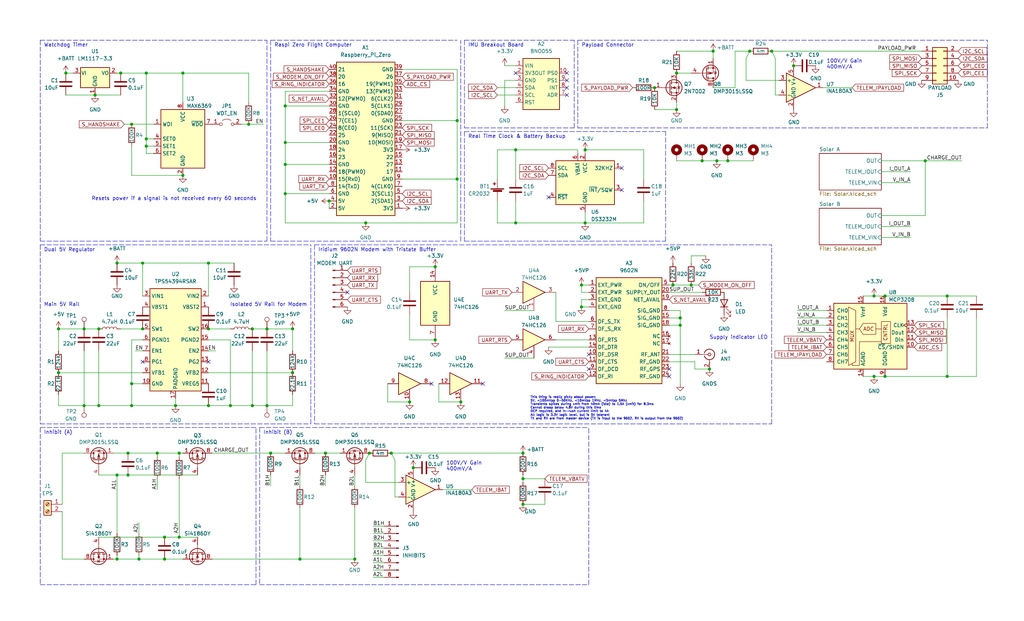
<source format=kicad_sch>
(kicad_sch (version 20211123) (generator eeschema)
  (paper "USLegal")
  (junction (at 267.97 17.78))
  (junction (at 72.39 140.97))
  (junction (at 233.68 99.06))
  (junction (at 49.53 114.3))
  (junction (at 104.14 194.31))
  (junction (at 99.06 49.53))
  (junction (at 22.86 25.4))
  (junction (at 87.63 140.97))
  (junction (at 57.15 186.69))
  (junction (at 87.63 114.3))
  (junction (at 34.29 114.3))
  (junction (at 201.93 106.68))
  (junction (at 50.8 48.26))
  (junction (at 248.92 55.88))
  (junction (at 20.32 114.3))
  (junction (at 92.71 114.3))
  (junction (at 142.24 139.7))
  (junction (at 158.75 41.91))
  (junction (at 307.34 102.87))
  (junction (at 60.96 140.97))
  (junction (at 48.26 194.31))
  (junction (at 44.45 165.1))
  (junction (at 29.21 140.97))
  (junction (at 34.29 140.97))
  (junction (at 50.8 50.8))
  (junction (at 275.59 22.86))
  (junction (at 179.07 77.47))
  (junction (at 93.98 157.48))
  (junction (at 151.13 92.71))
  (junction (at 41.91 25.4))
  (junction (at 252.73 55.88))
  (junction (at 227.33 30.48))
  (junction (at 62.23 186.69))
  (junction (at 127 77.47))
  (junction (at 160.02 139.7))
  (junction (at 63.5 60.96))
  (junction (at 246.38 128.27))
  (junction (at 321.31 55.88))
  (junction (at 135.89 157.48))
  (junction (at 33.02 33.02))
  (junction (at 50.8 25.4))
  (junction (at 72.39 114.3))
  (junction (at 328.93 102.87))
  (junction (at 203.2 52.07))
  (junction (at 114.3 69.85))
  (junction (at 158.75 62.23))
  (junction (at 236.22 110.49))
  (junction (at 307.34 130.81))
  (junction (at 45.72 140.97))
  (junction (at 260.35 17.78))
  (junction (at 181.61 166.37))
  (junction (at 303.53 130.81))
  (junction (at 20.32 129.54))
  (junction (at 240.03 99.06))
  (junction (at 99.06 57.15))
  (junction (at 201.93 99.06))
  (junction (at 99.06 67.31))
  (junction (at 40.64 165.1))
  (junction (at 54.61 157.48))
  (junction (at 181.61 157.48))
  (junction (at 62.23 157.48))
  (junction (at 128.27 157.48))
  (junction (at 63.5 25.4))
  (junction (at 123.19 194.31))
  (junction (at 45.72 133.35))
  (junction (at 151.13 118.11))
  (junction (at 92.71 140.97))
  (junction (at 247.65 17.78))
  (junction (at 86.36 43.18))
  (junction (at 243.84 55.88))
  (junction (at 57.15 194.31))
  (junction (at 72.39 91.44))
  (junction (at 99.06 36.83))
  (junction (at 236.22 113.03))
  (junction (at 45.72 43.18))
  (junction (at 101.6 129.54))
  (junction (at 143.51 162.56))
  (junction (at 113.03 157.48))
  (junction (at 179.07 52.07))
  (junction (at 328.93 130.81))
  (junction (at 203.2 77.47))
  (junction (at 234.95 25.4))
  (junction (at 29.21 114.3))
  (junction (at 181.61 175.26))
  (junction (at 49.53 91.44))
  (junction (at 234.95 38.1))
  (junction (at 40.64 91.44))
  (junction (at 80.01 140.97))
  (junction (at 303.53 102.87))
  (junction (at 40.64 194.31))
  (junction (at 44.45 157.48))
  (junction (at 101.6 114.3))
  (no_connect (at 232.41 130.81))
  (no_connect (at 232.41 128.27))
  (no_connect (at 196.85 25.4))
  (no_connect (at 167.64 133.35))
  (no_connect (at 149.86 133.35))
  (no_connect (at 179.07 25.4))
  (no_connect (at 196.85 30.48))
  (no_connect (at 196.85 33.02))
  (no_connect (at 196.85 27.94))
  (no_connect (at 215.9 58.42))
  (no_connect (at 215.9 66.04))
  (no_connect (at 120.65 101.6))
  (no_connect (at 204.47 128.27))
  (no_connect (at 204.47 123.19))
  (no_connect (at 49.53 125.73))
  (no_connect (at 72.39 125.73))
  (no_connect (at 190.5 68.58))
  (polyline (pts (xy 161.29 44.45) (xy 199.39 44.45)))
  (wire (pts (xy 99.06 36.83) (xy 99.06 49.53)))
  (wire (pts (xy 152.4 133.35) (xy 152.4 139.7)))
  (wire (pts (xy 236.22 110.49) (xy 236.22 107.95)))
  (wire (pts (xy 142.24 92.71) (xy 151.13 92.71)))
  (wire (pts (xy 172.72 77.47) (xy 179.07 77.47)))
  (wire (pts (xy 45.72 118.11) (xy 45.72 133.35)))
  (wire (pts (xy 62.23 186.69) (xy 68.58 186.69)))
  (wire (pts (xy 287.02 115.57) (xy 276.86 115.57)))
  (wire (pts (xy 267.97 17.78) (xy 320.04 17.78)))
  (wire (pts (xy 57.15 194.31) (xy 63.5 194.31)))
  (polyline (pts (xy 231.14 83.82) (xy 231.14 45.72)))
  (wire (pts (xy 21.59 157.48) (xy 21.59 175.26)))
  (wire (pts (xy 139.7 62.23) (xy 158.75 62.23)))
  (wire (pts (xy 45.72 60.96) (xy 63.5 60.96)))
  (polyline (pts (xy 160.02 83.82) (xy 160.02 13.97)))
  (wire (pts (xy 232.41 125.73) (xy 241.3 125.73)))
  (wire (pts (xy 45.72 133.35) (xy 49.53 133.35)))
  (wire (pts (xy 72.39 118.11) (xy 80.01 118.11)))
  (wire (pts (xy 181.61 165.1) (xy 181.61 166.37)))
  (wire (pts (xy 137.16 172.72) (xy 138.43 172.72)))
  (wire (pts (xy 137.16 160.02) (xy 137.16 172.72)))
  (wire (pts (xy 54.61 170.18) (xy 54.61 166.37)))
  (polyline (pts (xy 13.97 85.09) (xy 107.95 85.09)))
  (wire (pts (xy 193.04 111.76) (xy 204.47 111.76)))
  (wire (pts (xy 223.52 62.23) (xy 223.52 52.07)))
  (wire (pts (xy 39.37 157.48) (xy 44.45 157.48)))
  (polyline (pts (xy 267.97 147.32) (xy 267.97 85.09)))
  (polyline (pts (xy 161.29 13.97) (xy 161.29 44.45)))
  (wire (pts (xy 133.35 198.12) (xy 129.54 198.12)))
  (wire (pts (xy 201.93 106.68) (xy 204.47 106.68)))
  (wire (pts (xy 123.19 194.31) (xy 104.14 194.31)))
  (wire (pts (xy 72.39 102.87) (xy 72.39 91.44)))
  (polyline (pts (xy 92.71 83.82) (xy 92.71 13.97)))
  (wire (pts (xy 93.98 165.1) (xy 93.98 168.91)))
  (wire (pts (xy 41.91 25.4) (xy 50.8 25.4)))
  (wire (pts (xy 21.59 157.48) (xy 29.21 157.48)))
  (polyline (pts (xy 109.22 147.32) (xy 267.97 147.32)))
  (wire (pts (xy 104.14 168.91) (xy 104.14 165.1)))
  (wire (pts (xy 133.35 185.42) (xy 129.54 185.42)))
  (wire (pts (xy 33.02 33.02) (xy 41.91 33.02)))
  (wire (pts (xy 48.26 181.61) (xy 48.26 185.42)))
  (polyline (pts (xy 342.9 44.45) (xy 342.9 13.97)))
  (wire (pts (xy 133.35 190.5) (xy 129.54 190.5)))
  (wire (pts (xy 50.8 50.8) (xy 50.8 48.26)))
  (wire (pts (xy 99.06 67.31) (xy 114.3 67.31)))
  (wire (pts (xy 104.14 194.31) (xy 73.66 194.31)))
  (polyline (pts (xy 93.98 13.97) (xy 158.75 13.97)))
  (wire (pts (xy 303.53 102.87) (xy 307.34 102.87)))
  (polyline (pts (xy 199.39 44.45) (xy 199.39 13.97)))
  (polyline (pts (xy 90.17 148.59) (xy 204.47 148.59)))
  (wire (pts (xy 227.33 38.1) (xy 234.95 38.1)))
  (wire (pts (xy 133.35 187.96) (xy 129.54 187.96)))
  (wire (pts (xy 133.35 182.88) (xy 129.54 182.88)))
  (wire (pts (xy 86.36 43.18) (xy 91.44 43.18)))
  (wire (pts (xy 40.64 91.44) (xy 49.53 91.44)))
  (wire (pts (xy 190.5 120.65) (xy 204.47 120.65)))
  (wire (pts (xy 203.2 52.07) (xy 203.2 53.34)))
  (wire (pts (xy 321.31 55.88) (xy 321.31 74.93)))
  (wire (pts (xy 223.52 77.47) (xy 223.52 69.85)))
  (wire (pts (xy 20.32 137.16) (xy 20.32 140.97)))
  (wire (pts (xy 134.62 133.35) (xy 134.62 139.7)))
  (wire (pts (xy 233.68 99.06) (xy 240.03 99.06)))
  (wire (pts (xy 232.41 101.6) (xy 243.84 101.6)))
  (polyline (pts (xy 13.97 13.97) (xy 13.97 83.82)))
  (wire (pts (xy 172.72 30.48) (xy 179.07 30.48)))
  (polyline (pts (xy 200.66 13.97) (xy 200.66 44.45)))
  (wire (pts (xy 62.23 157.48) (xy 63.5 157.48)))
  (wire (pts (xy 127 167.64) (xy 138.43 167.64)))
  (wire (pts (xy 269.24 33.02) (xy 270.51 33.02)))
  (wire (pts (xy 321.31 55.88) (xy 334.01 55.88)))
  (wire (pts (xy 80.01 140.97) (xy 87.63 140.97)))
  (wire (pts (xy 328.93 130.81) (xy 307.34 130.81)))
  (wire (pts (xy 54.61 157.48) (xy 62.23 157.48)))
  (wire (pts (xy 223.52 52.07) (xy 203.2 52.07)))
  (wire (pts (xy 99.06 67.31) (xy 99.06 77.47)))
  (wire (pts (xy 20.32 114.3) (xy 29.21 114.3)))
  (wire (pts (xy 175.26 22.86) (xy 179.07 22.86)))
  (wire (pts (xy 193.04 101.6) (xy 193.04 111.76)))
  (polyline (pts (xy 13.97 83.82) (xy 92.71 83.82)))
  (wire (pts (xy 109.22 157.48) (xy 113.03 157.48)))
  (wire (pts (xy 45.72 133.35) (xy 45.72 140.97)))
  (wire (pts (xy 50.8 25.4) (xy 50.8 48.26)))
  (polyline (pts (xy 90.17 148.59) (xy 90.17 203.2)))
  (wire (pts (xy 175.26 27.94) (xy 179.07 27.94)))
  (polyline (pts (xy 161.29 83.82) (xy 231.14 83.82)))
  (wire (pts (xy 45.72 43.18) (xy 53.34 43.18)))
  (wire (pts (xy 99.06 49.53) (xy 114.3 49.53)))
  (wire (pts (xy 62.23 166.37) (xy 62.23 186.69)))
  (wire (pts (xy 203.2 77.47) (xy 223.52 77.47)))
  (wire (pts (xy 20.32 129.54) (xy 49.53 129.54)))
  (wire (pts (xy 101.6 114.3) (xy 92.71 114.3)))
  (wire (pts (xy 321.31 74.93) (xy 306.07 74.93)))
  (wire (pts (xy 40.64 194.31) (xy 48.26 194.31)))
  (wire (pts (xy 50.8 53.34) (xy 50.8 50.8)))
  (wire (pts (xy 232.41 99.06) (xy 233.68 99.06)))
  (wire (pts (xy 49.53 118.11) (xy 45.72 118.11)))
  (wire (pts (xy 72.39 129.54) (xy 101.6 129.54)))
  (polyline (pts (xy 200.66 13.97) (xy 342.9 13.97)))
  (wire (pts (xy 151.13 118.11) (xy 142.24 118.11)))
  (wire (pts (xy 21.59 194.31) (xy 29.21 194.31)))
  (wire (pts (xy 269.24 20.32) (xy 267.97 17.78)))
  (wire (pts (xy 307.34 102.87) (xy 328.93 102.87)))
  (wire (pts (xy 255.27 30.48) (xy 247.65 30.48)))
  (wire (pts (xy 80.01 140.97) (xy 72.39 140.97)))
  (wire (pts (xy 252.73 55.88) (xy 261.62 55.88)))
  (wire (pts (xy 99.06 49.53) (xy 99.06 57.15)))
  (wire (pts (xy 172.72 52.07) (xy 172.72 62.23)))
  (wire (pts (xy 46.99 121.92) (xy 49.53 121.92)))
  (wire (pts (xy 339.09 130.81) (xy 328.93 130.81)))
  (wire (pts (xy 172.72 69.85) (xy 172.72 77.47)))
  (wire (pts (xy 153.67 170.18) (xy 163.83 170.18)))
  (wire (pts (xy 240.03 88.9) (xy 245.11 88.9)))
  (wire (pts (xy 123.19 168.91) (xy 123.19 165.1)))
  (wire (pts (xy 328.93 102.87) (xy 339.09 102.87)))
  (wire (pts (xy 99.06 31.75) (xy 99.06 36.83)))
  (wire (pts (xy 34.29 121.92) (xy 34.29 140.97)))
  (wire (pts (xy 236.22 113.03) (xy 236.22 133.35)))
  (wire (pts (xy 158.75 24.13) (xy 139.7 24.13)))
  (wire (pts (xy 44.45 157.48) (xy 54.61 157.48)))
  (wire (pts (xy 247.65 17.78) (xy 247.65 20.32)))
  (wire (pts (xy 21.59 177.8) (xy 21.59 194.31)))
  (polyline (pts (xy 204.47 203.2) (xy 204.47 148.59)))
  (wire (pts (xy 201.93 99.06) (xy 204.47 99.06)))
  (wire (pts (xy 99.06 36.83) (xy 114.3 36.83)))
  (wire (pts (xy 259.08 20.32) (xy 259.08 27.94)))
  (wire (pts (xy 287.02 113.03) (xy 276.86 113.03)))
  (wire (pts (xy 158.75 62.23) (xy 158.75 41.91)))
  (wire (pts (xy 306.07 82.55) (xy 316.23 82.55)))
  (wire (pts (xy 101.6 121.92) (xy 101.6 114.3)))
  (wire (pts (xy 123.19 176.53) (xy 123.19 194.31)))
  (wire (pts (xy 127 160.02) (xy 127 167.64)))
  (wire (pts (xy 287.02 107.95) (xy 276.86 107.95)))
  (wire (pts (xy 236.22 113.03) (xy 236.22 110.49)))
  (wire (pts (xy 34.29 165.1) (xy 40.64 165.1)))
  (wire (pts (xy 45.72 140.97) (xy 60.96 140.97)))
  (wire (pts (xy 287.02 110.49) (xy 276.86 110.49)))
  (wire (pts (xy 134.62 139.7) (xy 142.24 139.7)))
  (wire (pts (xy 101.6 137.16) (xy 101.6 140.97)))
  (wire (pts (xy 41.91 25.4) (xy 40.64 25.4)))
  (wire (pts (xy 234.95 55.88) (xy 243.84 55.88)))
  (wire (pts (xy 255.27 17.78) (xy 255.27 30.48)))
  (wire (pts (xy 127 77.47) (xy 158.75 77.47)))
  (wire (pts (xy 34.29 186.69) (xy 57.15 186.69)))
  (wire (pts (xy 181.61 166.37) (xy 181.61 167.64)))
  (wire (pts (xy 133.35 200.66) (xy 129.54 200.66)))
  (wire (pts (xy 114.3 69.85) (xy 114.3 72.39)))
  (wire (pts (xy 40.64 165.1) (xy 40.64 185.42)))
  (wire (pts (xy 63.5 25.4) (xy 50.8 25.4)))
  (wire (pts (xy 72.39 114.3) (xy 80.01 114.3)))
  (wire (pts (xy 114.3 31.75) (xy 99.06 31.75)))
  (wire (pts (xy 181.61 175.26) (xy 189.23 175.26)))
  (wire (pts (xy 232.41 113.03) (xy 236.22 113.03)))
  (wire (pts (xy 137.16 160.02) (xy 135.89 157.48)))
  (wire (pts (xy 200.66 52.07) (xy 179.07 52.07)))
  (polyline (pts (xy 90.17 203.2) (xy 204.47 203.2)))
  (wire (pts (xy 201.93 104.14) (xy 204.47 104.14)))
  (wire (pts (xy 83.82 43.18) (xy 86.36 43.18)))
  (wire (pts (xy 40.64 165.1) (xy 44.45 165.1)))
  (wire (pts (xy 113.03 157.48) (xy 118.11 157.48)))
  (wire (pts (xy 45.72 50.8) (xy 45.72 60.96)))
  (wire (pts (xy 241.3 125.73) (xy 241.3 128.27)))
  (wire (pts (xy 240.03 99.06) (xy 242.57 99.06)))
  (wire (pts (xy 234.95 35.56) (xy 234.95 38.1)))
  (polyline (pts (xy 93.98 13.97) (xy 93.98 83.82)))
  (wire (pts (xy 142.24 101.6) (xy 142.24 92.71)))
  (wire (pts (xy 22.86 25.4) (xy 25.4 25.4)))
  (wire (pts (xy 181.61 166.37) (xy 189.23 166.37)))
  (wire (pts (xy 175.26 36.83) (xy 175.26 27.94)))
  (wire (pts (xy 201.93 106.68) (xy 201.93 104.14)))
  (wire (pts (xy 86.36 25.4) (xy 63.5 25.4)))
  (wire (pts (xy 306.07 59.69) (xy 316.23 59.69)))
  (wire (pts (xy 29.21 114.3) (xy 34.29 114.3)))
  (wire (pts (xy 40.64 194.31) (xy 40.64 193.04)))
  (wire (pts (xy 50.8 50.8) (xy 53.34 50.8)))
  (polyline (pts (xy 161.29 45.72) (xy 161.29 83.82)))
  (wire (pts (xy 152.4 139.7) (xy 160.02 139.7)))
  (wire (pts (xy 92.71 121.92) (xy 92.71 140.97)))
  (wire (pts (xy 172.72 33.02) (xy 179.07 33.02)))
  (polyline (pts (xy 13.97 148.59) (xy 13.97 203.2)))
  (wire (pts (xy 234.95 25.4) (xy 240.03 25.4)))
  (wire (pts (xy 101.6 140.97) (xy 92.71 140.97)))
  (polyline (pts (xy 13.97 203.2) (xy 88.9 203.2)))
  (wire (pts (xy 48.26 194.31) (xy 57.15 194.31)))
  (wire (pts (xy 72.39 140.97) (xy 60.96 140.97)))
  (polyline (pts (xy 200.66 44.45) (xy 342.9 44.45)))
  (wire (pts (xy 175.26 107.95) (xy 185.42 107.95)))
  (polyline (pts (xy 13.97 85.09) (xy 13.97 147.32)))
  (wire (pts (xy 260.35 17.78) (xy 255.27 17.78)))
  (wire (pts (xy 72.39 121.92) (xy 74.93 121.92)))
  (wire (pts (xy 99.06 57.15) (xy 99.06 67.31)))
  (wire (pts (xy 236.22 107.95) (xy 232.41 107.95)))
  (polyline (pts (xy 13.97 13.97) (xy 92.71 13.97)))
  (wire (pts (xy 86.36 25.4) (xy 86.36 35.56)))
  (wire (pts (xy 306.07 78.74) (xy 316.23 78.74)))
  (wire (pts (xy 80.01 118.11) (xy 80.01 140.97)))
  (wire (pts (xy 29.21 121.92) (xy 29.21 140.97)))
  (polyline (pts (xy 13.97 147.32) (xy 107.95 147.32)))
  (wire (pts (xy 73.66 157.48) (xy 93.98 157.48)))
  (wire (pts (xy 179.07 69.85) (xy 179.07 77.47)))
  (wire (pts (xy 232.41 123.19) (xy 241.3 123.19)))
  (wire (pts (xy 179.07 77.47) (xy 203.2 77.47)))
  (wire (pts (xy 328.93 110.49) (xy 328.93 130.81)))
  (polyline (pts (xy 88.9 148.59) (xy 13.97 148.59)))
  (wire (pts (xy 260.35 17.78) (xy 259.08 20.32)))
  (wire (pts (xy 72.39 91.44) (xy 81.28 91.44)))
  (wire (pts (xy 34.29 140.97) (xy 45.72 140.97)))
  (wire (pts (xy 200.66 53.34) (xy 200.66 52.07)))
  (wire (pts (xy 57.15 186.69) (xy 62.23 186.69)))
  (wire (pts (xy 179.07 52.07) (xy 172.72 52.07)))
  (wire (pts (xy 306.07 63.5) (xy 316.23 63.5)))
  (wire (pts (xy 63.5 35.56) (xy 63.5 25.4)))
  (wire (pts (xy 189.23 175.26) (xy 189.23 173.99)))
  (wire (pts (xy 62.23 158.75) (xy 62.23 157.48)))
  (wire (pts (xy 113.03 165.1) (xy 113.03 168.91)))
  (wire (pts (xy 175.26 124.46) (xy 185.42 124.46)))
  (wire (pts (xy 299.72 130.81) (xy 303.53 130.81)))
  (polyline (pts (xy 93.98 83.82) (xy 158.75 83.82)))
  (wire (pts (xy 87.63 121.92) (xy 87.63 140.97)))
  (wire (pts (xy 29.21 140.97) (xy 34.29 140.97)))
  (wire (pts (xy 259.08 27.94) (xy 270.51 27.94)))
  (polyline (pts (xy 109.22 85.09) (xy 267.97 85.09)))
  (wire (pts (xy 142.24 109.22) (xy 142.24 118.11)))
  (wire (pts (xy 234.95 17.78) (xy 247.65 17.78)))
  (wire (pts (xy 179.07 52.07) (xy 179.07 62.23)))
  (wire (pts (xy 87.63 114.3) (xy 92.71 114.3)))
  (wire (pts (xy 240.03 91.44) (xy 240.03 88.9)))
  (wire (pts (xy 99.06 57.15) (xy 114.3 57.15)))
  (wire (pts (xy 306.07 55.88) (xy 321.31 55.88)))
  (wire (pts (xy 241.3 128.27) (xy 246.38 128.27)))
  (wire (pts (xy 20.32 140.97) (xy 29.21 140.97)))
  (wire (pts (xy 54.61 158.75) (xy 54.61 157.48)))
  (wire (pts (xy 39.37 194.31) (xy 40.64 194.31)))
  (polyline (pts (xy 161.29 45.72) (xy 231.14 45.72)))
  (wire (pts (xy 72.39 91.44) (xy 49.53 91.44)))
  (wire (pts (xy 43.18 43.18) (xy 45.72 43.18)))
  (wire (pts (xy 60.96 140.97) (xy 60.96 138.43)))
  (polyline (pts (xy 88.9 203.2) (xy 88.9 148.59)))
  (wire (pts (xy 93.98 157.48) (xy 99.06 157.48)))
  (polyline (pts (xy 161.29 13.97) (xy 199.39 13.97)))
  (wire (pts (xy 22.86 33.02) (xy 33.02 33.02)))
  (wire (pts (xy 44.45 165.1) (xy 68.58 165.1)))
  (wire (pts (xy 248.92 55.88) (xy 252.73 55.88)))
  (wire (pts (xy 339.09 110.49) (xy 339.09 130.81)))
  (wire (pts (xy 128.27 157.48) (xy 127 160.02)))
  (wire (pts (xy 87.63 140.97) (xy 92.71 140.97)))
  (wire (pts (xy 99.06 77.47) (xy 127 77.47)))
  (wire (pts (xy 193.04 118.11) (xy 204.47 118.11)))
  (wire (pts (xy 133.35 193.04) (xy 129.54 193.04)))
  (wire (pts (xy 41.91 114.3) (xy 49.53 114.3)))
  (wire (pts (xy 135.89 157.48) (xy 181.61 157.48)))
  (wire (pts (xy 285.75 30.48) (xy 295.91 30.48)))
  (wire (pts (xy 232.41 110.49) (xy 236.22 110.49)))
  (wire (pts (xy 104.14 176.53) (xy 104.14 194.31)))
  (wire (pts (xy 299.72 102.87) (xy 303.53 102.87)))
  (wire (pts (xy 158.75 77.47) (xy 158.75 62.23)))
  (wire (pts (xy 20.32 121.92) (xy 20.32 114.3)))
  (polyline (pts (xy 109.22 85.09) (xy 109.22 147.32)))
  (wire (pts (xy 50.8 48.26) (xy 53.34 48.26)))
  (wire (pts (xy 48.26 193.04) (xy 48.26 194.31)))
  (wire (pts (xy 53.34 53.34) (xy 50.8 53.34)))
  (wire (pts (xy 269.24 20.32) (xy 269.24 33.02)))
  (polyline (pts (xy 107.95 147.32) (xy 107.95 85.09)))
  (wire (pts (xy 158.75 41.91) (xy 158.75 24.13)))
  (wire (pts (xy 303.53 130.81) (xy 307.34 130.81)))
  (wire (pts (xy 243.84 55.88) (xy 248.92 55.88)))
  (wire (pts (xy 49.53 91.44) (xy 49.53 102.87)))
  (wire (pts (xy 133.35 195.58) (xy 129.54 195.58)))
  (wire (pts (xy 203.2 73.66) (xy 203.2 77.47)))
  (wire (pts (xy 139.7 41.91) (xy 158.75 41.91)))
  (wire (pts (xy 201.93 99.06) (xy 201.93 101.6)))
  (wire (pts (xy 201.93 101.6) (xy 204.47 101.6)))
  (text "Real Time Clock & Battery Backup" (at 162.56 48.26 0) (effects (font (size 1.27 1.27)) (justify left bottom)))
  (text "100V/V Gain\n400mV/A" (at 154.94 163.83 0) (effects (font (size 1.27 1.27)) (justify left bottom)))
  (text "IMU Breakout Board" (at 162.56 16.51 0) (effects (font (size 1.27 1.27)) (justify left bottom)))
  (text "This thing is really picky about power:\n5V, <100mVpp 0-50KHz, <10mVpp 1MHz, <5mVpp 5Mhz\nTransients spikes during xmit from 40mA (idle) to 1.5A (xmit) for 8.3ms\nCannot droop below 4.8V during this time\nOCP required, and in-rush current limit to 4A" (at 184.15 143.51 0) (effects (font (size 0.762 0.762)) (justify left bottom)))
  (text "Inhibit (A)" (at 15.24 151.13 0) (effects (font (size 1.27 1.27)) (justify left bottom)))
  (text "Raspi Zero Flight Computer" (at 95.25 16.51 0) (effects (font (size 1.27 1.27)) (justify left bottom)))
  (text "Iridium 9602N Modem with Tristate Buffer" (at 110.49 87.63 0) (effects (font (size 1.27 1.27)) (justify left bottom)))
  (text "Payload Connector" (at 201.93 16.51 0) (effects (font (size 1.27 1.27)) (justify left bottom)))
  (text "Watchdog Timer" (at 15.24 16.51 0) (effects (font (size 1.27 1.27)) (justify left bottom)))
  (text "Dual 5V Regulator" (at 15.24 87.63 0) (effects (font (size 1.27 1.27)) (justify left bottom)))
  (text "Resets power if a signal is not received every 60 seconds" (at 31.75 69.85 0) (effects (font (size 1.27 1.27)) (justify left bottom)))
  (text "Inhibit (B)" (at 91.44 151.13 0) (effects (font (size 1.27 1.27)) (justify left bottom)))
  (text "100V/V Gain\n400mV/A" (at 287.02 24.13 0) (effects (font (size 1.27 1.27)) (justify left bottom)))
  (text "Supply indicator LED" (at 246.38 118.11 0) (effects (font (size 1.27 1.27)) (justify left bottom)))
  (text "Main 5V Rail" (at 15.24 106.68 0) (effects (font (size 1.27 1.27)) (justify left bottom)))
  (text "All logic is 3.3V logic level, but is 5V tolerant\nTX and RX are from master device (TX is input to the 9602, RX is output from the 9602)" (at 184.15 146.05 0) (effects (font (size 0.762 0.762)) (justify left bottom)))
  (text "Isolated 5V Rail for Modem" (at 106.68 106.68 180) (effects (font (size 1.27 1.27)) (justify right bottom)))
  (label "B2L" (at 123.19 168.91 90))
  (label "A1L" (at 129.54 195.58 0))
  (label "EN" (at 74.93 121.92 180))
  (label "A2L" (at 48.26 181.61 270))
  (label "V_IN_A" (at 276.86 110.49 0))
  (label "I_OUT_A" (at 316.23 59.69 180))
  (label "A1L" (at 40.64 170.18 90))
  (label "SUP_OUT" (at 175.26 107.95 0))
  (label "I_OUT_A" (at 276.86 107.95 0))
  (label "B2L" (at 129.54 190.5 0))
  (label "A2H" (at 129.54 198.12 0))
  (label "A2H" (at 62.23 181.61 270))
  (label "SUP_OUT" (at 175.26 124.46 0))
  (label "B1H" (at 93.98 168.91 90))
  (label "EN" (at 46.99 121.92 0))
  (label "PAYLOAD_PWR" (at 304.8 17.78 0))
  (label "A1H" (at 129.54 193.04 0))
  (label "I_OUT_B" (at 276.86 113.03 0))
  (label "V_IN_B" (at 316.23 82.55 180))
  (label "SUP_OUT" (at 232.41 101.6 0))
  (label "B1L" (at 104.14 168.91 90))
  (label "CHARGE_OUT" (at 86.36 157.48 180))
  (label "B1L" (at 129.54 185.42 0))
  (label "EN" (at 91.44 43.18 180))
  (label "B2H" (at 129.54 187.96 0))
  (label "B2H" (at 113.03 168.91 90))
  (label "B1H" (at 129.54 182.88 0))
  (label "I_OUT_B" (at 316.23 78.74 180))
  (label "V_IN_B" (at 276.86 115.57 0))
  (label "A2L" (at 129.54 200.66 0))
  (label "V_IN_A" (at 316.23 63.5 180))
  (label "CHARGE_OUT" (at 334.01 55.88 180))
  (label "A1H" (at 54.61 170.18 90))
  (global_label "UART_TX" (shape input) (at 114.3 64.77 180) (property "Intersheet References" "${INTERSHEET_REFS}" (effects hide)))
  (global_label "SPI_CE0" (shape input) (at 114.3 44.45 180) (property "Intersheet References" "${INTERSHEET_REFS}" (effects hide)))
  (global_label "S_PAYLOAD_PWR" (shape input) (at 219.71 30.48 180) (property "Intersheet References" "${INTERSHEET_REFS}" (effects hide)))
  (global_label "S_MODEM_ON_OFF" (shape input) (at 242.57 99.06 0) (property "Intersheet References" "${INTERSHEET_REFS}" (effects hide)))
  (global_label "S_HANDSHAKE" (shape input) (at 114.3 24.13 180) (property "Intersheet References" "${INTERSHEET_REFS}" (effects hide)))
  (global_label "I2C_SCL" (shape input) (at 190.5 58.42 180) (property "Intersheet References" "${INTERSHEET_REFS}" (effects hide)))
  (global_label "TELEM_IBAT" (shape input) (at 287.02 120.65 180) (property "Intersheet References" "${INTERSHEET_REFS}" (effects hide)))
  (global_label "S_NET_AVAIL" (shape input) (at 232.41 104.14 0) (property "Intersheet References" "${INTERSHEET_REFS}" (effects hide)))
  (global_label "S_NET_AVAIL" (shape input) (at 114.3 34.29 180) (property "Intersheet References" "${INTERSHEET_REFS}" (effects hide)))
  (global_label "SPI_CE1" (shape input) (at 114.3 41.91 180) (property "Intersheet References" "${INTERSHEET_REFS}" (effects hide)))
  (global_label "UART_TX" (shape input) (at 120.65 99.06 0) (property "Intersheet References" "${INTERSHEET_REFS}" (effects hide)))
  (global_label "I2C_SCL" (shape input) (at 332.74 17.78 0) (property "Intersheet References" "${INTERSHEET_REFS}" (effects hide)))
  (global_label "I2C_SDA" (shape input) (at 139.7 69.85 0) (property "Intersheet References" "${INTERSHEET_REFS}" (effects hide)))
  (global_label "I2C_SDA" (shape input) (at 190.5 60.96 180) (property "Intersheet References" "${INTERSHEET_REFS}" (effects hide)))
  (global_label "S_RING_INDICATOR" (shape input) (at 114.3 29.21 180) (property "Intersheet References" "${INTERSHEET_REFS}" (effects hide)))
  (global_label "SPI_MISO" (shape input) (at 317.5 115.57 0) (property "Intersheet References" "${INTERSHEET_REFS}" (effects hide)))
  (global_label "SPI_SCK" (shape input) (at 139.7 44.45 0) (property "Intersheet References" "${INTERSHEET_REFS}" (effects hide)))
  (global_label "SPI_SCK" (shape input) (at 317.5 113.03 0) (property "Intersheet References" "${INTERSHEET_REFS}" (effects hide)))
  (global_label "UART_RX" (shape input) (at 120.65 96.52 0) (property "Intersheet References" "${INTERSHEET_REFS}" (effects hide)))
  (global_label "TELEM_VBATV" (shape input) (at 287.02 118.11 180) (property "Intersheet References" "${INTERSHEET_REFS}" (effects hide)))
  (global_label "TELEM_IPAYLOAD" (shape input) (at 295.91 30.48 0) (property "Intersheet References" "${INTERSHEET_REFS}" (effects hide)))
  (global_label "SPI_CE1" (shape input) (at 332.74 25.4 0) (property "Intersheet References" "${INTERSHEET_REFS}" (effects hide)))
  (global_label "TELEM_IBAT" (shape input) (at 163.83 170.18 0) (property "Intersheet References" "${INTERSHEET_REFS}" (effects hide)))
  (global_label "UART_CTS" (shape input) (at 204.47 125.73 180) (property "Intersheet References" "${INTERSHEET_REFS}" (effects hide)))
  (global_label "UART_RTS" (shape input) (at 120.65 93.98 0) (property "Intersheet References" "${INTERSHEET_REFS}" (effects hide)))
  (global_label "I2C_SCL" (shape input) (at 139.7 67.31 0) (property "Intersheet References" "${INTERSHEET_REFS}" (effects hide)))
  (global_label "S_HANDSHAKE" (shape input) (at 43.18 43.18 180) (property "Intersheet References" "${INTERSHEET_REFS}" (effects hide)))
  (global_label "I2C_SDA" (shape input) (at 172.72 30.48 180) (property "Intersheet References" "${INTERSHEET_REFS}" (effects hide)))
  (global_label "ADC_CS" (shape input) (at 139.7 29.21 0) (property "Intersheet References" "${INTERSHEET_REFS}" (effects hide)))
  (global_label "ADC_CS" (shape input) (at 317.5 120.65 0) (property "Intersheet References" "${INTERSHEET_REFS}" (effects hide)))
  (global_label "TELEM_VBATV" (shape input) (at 189.23 166.37 0) (property "Intersheet References" "${INTERSHEET_REFS}" (effects hide)))
  (global_label "SPI_MISO" (shape input) (at 320.04 22.86 180) (property "Intersheet References" "${INTERSHEET_REFS}" (effects hide)))
  (global_label "SPI_MOSI" (shape input) (at 317.5 118.11 0) (property "Intersheet References" "${INTERSHEET_REFS}" (effects hide)))
  (global_label "UART_CTS" (shape input) (at 120.65 104.14 0) (property "Intersheet References" "${INTERSHEET_REFS}" (effects hide)))
  (global_label "SPI_MISO" (shape input) (at 139.7 46.99 0) (property "Intersheet References" "${INTERSHEET_REFS}" (effects hide)))
  (global_label "SPI_MOSI" (shape input) (at 320.04 20.32 180) (property "Intersheet References" "${INTERSHEET_REFS}" (effects hide)))
  (global_label "S_MODEM_ON_OFF" (shape input) (at 114.3 26.67 180) (property "Intersheet References" "${INTERSHEET_REFS}" (effects hide)))
  (global_label "UART_TX" (shape input) (at 177.8 101.6 180) (property "Intersheet References" "${INTERSHEET_REFS}" (effects hide)))
  (global_label "SPI_CE0" (shape input) (at 332.74 22.86 0) (property "Intersheet References" "${INTERSHEET_REFS}" (effects hide)))
  (global_label "TELEM_IPAYLOAD" (shape input) (at 287.02 123.19 180) (property "Intersheet References" "${INTERSHEET_REFS}" (effects hide)))
  (global_label "I2C_SCL" (shape input) (at 172.72 33.02 180) (property "Intersheet References" "${INTERSHEET_REFS}" (effects hide)))
  (global_label "UART_RTS" (shape input) (at 177.8 118.11 180) (property "Intersheet References" "${INTERSHEET_REFS}" (effects hide)))
  (global_label "SPI_MOSI" (shape input) (at 139.7 49.53 0) (property "Intersheet References" "${INTERSHEET_REFS}" (effects hide)))
  (global_label "S_PAYLOAD_PWR" (shape input) (at 139.7 26.67 0) (property "Intersheet References" "${INTERSHEET_REFS}" (effects hide)))
  (global_label "UART_RX" (shape input) (at 204.47 114.3 180) (property "Intersheet References" "${INTERSHEET_REFS}" (effects hide)))
  (global_label "SPI_SCK" (shape input) (at 320.04 25.4 180) (property "Intersheet References" "${INTERSHEET_REFS}" (effects hide)))
  (global_label "UART_RX" (shape input) (at 114.3 62.23 180) (property "Intersheet References" "${INTERSHEET_REFS}" (effects hide)))
  (global_label "S_RING_INDICATOR" (shape input) (at 204.47 130.81 180) (property "Intersheet References" "${INTERSHEET_REFS}" (effects hide)))
  (global_label "I2C_SDA" (shape input) (at 332.74 20.32 0) (property "Intersheet References" "${INTERSHEET_REFS}" (effects hide)))
  (symbol (lib_id "power:GND") (at 175.26 36.83 0) (unit 1)
    (property "Reference" "#PWR024" (effects hide))
    (property "Value" "GND" (at 175.26 41.91 0))
  )
  (symbol (lib_id "power:+3.3V") (at 175.26 22.86 0) (unit 1)
    (property "Reference" "#PWR023" (effects hide))
    (property "Value" "+3.3V" (at 175.26 17.78 0))
  )
  (symbol (lib_id "power:GND") (at 60.96 140.97 0) (unit 1)
    (property "Reference" "#PWR06" (effects hide))
    (property "Value" "GND" (at 60.96 146.05 0))
  )
  (symbol (lib_id "Device:C") (at 49.53 110.49 0) (mirror y) (unit 1)
    (property "Reference" "C7" (at 46.99 109.22 0) (effects (justify left)))
    (property "Value" "0.1uF" (at 46.99 111.76 0) (effects (justify left)))
    (property "Footprint" "Capacitor_SMD:C_0603_1608Metric" (effects hide))
  )
  (symbol (lib_id "Device:C") (at 92.71 118.11 0) (unit 1)
    (property "Reference" "C13" (at 95.25 116.84 0) (effects (justify left)))
    (property "Value" "22uF" (at 95.25 119.38 0) (effects (justify left)))
    (property "Footprint" "Capacitor_SMD:C_1210_3225Metric" (effects hide))
  )
  (symbol (lib_id "Device:R") (at 101.6 133.35 0) (unit 1)
    (property "Reference" "R11" (at 102.87 133.35 0) (effects (justify left)))
    (property "Value" "22.1K" (at 101.6 133.35 90))
    (property "Footprint" "Resistor_SMD:R_0805_2012Metric" (effects hide))
  )
  (symbol (lib_id "piridium-bus:BNO055") (at 187.96 20.32 0) (unit 1)
    (property "Reference" "A2" (at 187.96 15.24 0))
    (property "Value" "BNO055" (at 187.96 17.78 0))
    (property "Footprint" "piridium-bus:BNO055" (effects hide))
  )
  (symbol (lib_id "power:+3.3V") (at 139.7 72.39 270) (unit 1)
    (property "Reference" "#PWR015" (effects hide))
    (property "Value" "+3.3V" (at 143.51 72.3899 90) (effects (justify left)))
  )
  (symbol (lib_id "power:GND") (at 151.13 162.56 0) (unit 1)
    (property "Reference" "#PWR021" (effects hide))
    (property "Value" "GND" (at 151.257 166.9542 0))
  )
  (symbol (lib_id "power:GND") (at 142.24 139.7 0) (unit 1)
    (property "Reference" "#PWR016" (effects hide))
    (property "Value" "GND" (at 142.24 144.78 0))
  )
  (symbol (lib_id "Device:R") (at 45.72 46.99 0) (unit 1)
    (property "Reference" "R4" (at 46.99 46.99 0) (effects (justify left)))
    (property "Value" "100K" (at 45.72 46.99 90))
    (property "Footprint" "Resistor_SMD:R_0805_2012Metric" (effects hide))
  )
  (symbol (lib_id "74xx:74LS126") (at 151.13 105.41 0) (unit 5)
    (property "Reference" "U4" (at 157.48 104.1399 0) (effects (justify left)))
    (property "Value" "74HC126" (at 157.48 106.6799 0) (effects (justify left)))
    (property "Footprint" "Package_SO:SOIC-14_3.9x8.7mm_P1.27mm" (effects hide))
    (property "Datasheet" "http://www.ti.com/lit/gpn/sn74LS126" (effects hide))
  )
  (symbol (lib_id "power:GND") (at 33.02 33.02 0) (unit 1)
    (property "Reference" "#PWR03" (effects hide))
    (property "Value" "GND" (at 33.02 38.1 0))
  )
  (symbol (lib_id "power:GND") (at 201.93 106.68 0) (unit 1)
    (property "Reference" "#PWR029" (effects hide))
    (property "Value" "GND" (at 198.12 109.22 0))
  )
  (symbol (lib_id "Device:R") (at 181.61 161.29 0) (unit 1)
    (property "Reference" "R16" (at 182.88 161.29 0) (effects (justify left)))
    (property "Value" "200K" (at 181.61 161.29 90))
    (property "Footprint" "Resistor_SMD:R_0805_2012Metric" (effects hide))
  )
  (symbol (lib_id "Mechanical:MountingHole_Pad") (at 261.62 53.34 0) (unit 1)
    (property "Reference" "MH4" (at 264.16 50.7999 0) (effects (justify left)))
    (property "Value" "M3" (at 264.16 53.3399 0) (effects (justify left)))
    (property "Footprint" "MountingHole:MountingHole_3.2mm_M3_DIN965_Pad" (effects hide))
  )
  (symbol (lib_id "power:GND") (at 245.11 88.9 0) (unit 1)
    (property "Reference" "#PWR035" (effects hide))
    (property "Value" "GND" (at 245.11 92.71 0))
  )
  (symbol (lib_id "power:GNDS") (at 246.38 128.27 0) (unit 1)
    (property "Reference" "#PWR036" (effects hide))
    (property "Value" "GNDS" (at 246.38 133.35 0))
  )
  (symbol (lib_id "power:GND") (at 123.19 194.31 0) (unit 1)
    (property "Reference" "#PWR012" (effects hide))
    (property "Value" "GND" (at 123.19 198.12 0))
  )
  (symbol (lib_id "Device:L") (at 38.1 114.3 90) (unit 1)
    (property "Reference" "L1" (at 38.1 109.22 90))
    (property "Value" "4.7uH" (at 38.1 111.76 90))
    (property "Footprint" "Inductor_SMD:L_Abracon_ASPI-0630LR" (effects hide))
  )
  (symbol (lib_id "piridium-bus:TPS54394RSAR") (at 60.96 100.33 0) (unit 1)
    (property "Reference" "U2" (at 60.96 95.25 0))
    (property "Value" "TPS54394RSAR" (at 60.96 97.79 0))
    (property "Footprint" "Package_DFN_QFN:Texas_S-PVQFN-N16_EP2.7x2.7mm_ThermalVias" (effects hide))
  )
  (symbol (lib_id "Connector:Conn_01x08_Male") (at 138.43 190.5 0) (mirror y) (unit 1)
    (property "Reference" "J3" (at 139.7 190.4999 0) (effects (justify right)))
    (property "Value" "INHIBITS" (at 139.7 193.0399 0) (effects (justify right)))
    (property "Footprint" "Connector_PinHeader_2.54mm:PinHeader_1x08_P2.54mm_Horizontal" (effects hide))
  )
  (symbol (lib_id "Device:C") (at 22.86 29.21 0) (mirror y) (unit 1)
    (property "Reference" "C1" (at 20.32 27.94 0) (effects (justify left)))
    (property "Value" "10uF" (at 20.32 30.48 0) (effects (justify left)))
    (property "Footprint" "Capacitor_SMD:C_0805_2012Metric" (effects hide))
  )
  (symbol (lib_id "power:+3.3V") (at 303.53 102.87 0) (unit 1)
    (property "Reference" "#PWR043" (effects hide))
    (property "Value" "+3.3V" (at 303.53 97.79 0))
  )
  (symbol (lib_id "power:GND") (at 234.95 38.1 0) (unit 1)
    (property "Reference" "#PWR033" (effects hide))
    (property "Value" "GND" (at 234.95 41.91 0))
  )
  (symbol (lib_id "Device:C") (at 279.4 22.86 90) (unit 1)
    (property "Reference" "C19" (at 280.67 19.05 90) (effects (justify right)))
    (property "Value" "0.1uF" (at 280.67 21.59 90) (effects (justify right)))
    (property "Footprint" "Capacitor_SMD:C_0805_2012Metric" (effects hide))
  )
  (symbol (lib_id "Connector:TestPoint") (at 92.71 140.97 180) (unit 1)
    (property "Reference" "TP4" (at 95.25 143.0019 0) (effects (justify right)))
    (property "Value" "GND" (at 95.25 145.5419 0) (effects (justify right)))
    (property "Footprint" "TestPoint:TestPoint_Loop_D2.50mm_Drill1.0mm" (effects hide))
  )
  (symbol (lib_id "Transistor_FET:2N7002") (at 232.41 30.48 0) (unit 1)
    (property "Reference" "Q7" (at 237.49 29.21 0) (effects (justify left)))
    (property "Value" "2N7002" (at 237.49 31.75 0) (effects (justify left)))
    (property "Footprint" "Package_TO_SOT_SMD:SOT-23" (effects hide))
    (property "Datasheet" "https://www.onsemi.com/pub/Collateral/NDS7002A-D.PDF" (effects hide))
  )
  (symbol (lib_id "power:+3.3V") (at 275.59 22.86 0) (unit 1)
    (property "Reference" "#PWR040" (effects hide))
    (property "Value" "+3.3V" (at 275.59 19.05 0))
  )
  (symbol (lib_id "Power_Supervisor:MAX6369") (at 63.5 48.26 0) (unit 1)
    (property "Reference" "U3" (at 64.77 34.29 0) (effects (justify left)))
    (property "Value" "MAX6369" (at 64.77 36.83 0) (effects (justify left)))
    (property "Footprint" "Package_TO_SOT_SMD:SOT-23-8" (effects hide))
    (property "Datasheet" "https://datasheets.maximintegrated.com/en/ds/MAX6369-MAX6374.pdf" (effects hide))
  )
  (symbol (lib_id "Transistor_FET:Si4162DY") (at 34.29 191.77 90) (mirror x) (unit 1)
    (property "Reference" "Q2" (at 34.29 182.88 90))
    (property "Value" "Si4186DY" (at 34.29 185.42 90))
    (property "Footprint" "Package_SO:SOIC-8_3.9x4.9mm_P1.27mm" (effects hide))
    (property "Datasheet" "http://www.vishay.com/docs/68967/si4162dy.pdf" (effects hide))
  )
  (symbol (lib_id "power:GND") (at 303.53 130.81 0) (unit 1)
    (property "Reference" "#PWR044" (effects hide))
    (property "Value" "GND" (at 303.53 135.89 0))
  )
  (symbol (lib_id "Mechanical:MountingHole_Pad") (at 234.95 53.34 0) (unit 1)
    (property "Reference" "MH1" (at 237.49 50.7999 0) (effects (justify left)))
    (property "Value" "M3" (at 237.49 53.3399 0) (effects (justify left)))
    (property "Footprint" "MountingHole:MountingHole_3.2mm_M3_DIN965_Pad" (effects hide))
  )
  (symbol (lib_id "Device:R") (at 48.26 189.23 0) (unit 1)
    (property "Reference" "R5" (at 50.8 189.23 0))
    (property "Value" "100R" (at 48.26 189.23 90))
    (property "Footprint" "Resistor_SMD:R_0805_2012Metric" (effects hide))
  )
  (symbol (lib_id "power:+3.3V") (at 143.51 162.56 0) (unit 1)
    (property "Reference" "#PWR017" (effects hide))
    (property "Value" "+3.3V" (at 143.51 158.75 0))
  )
  (symbol (lib_id "power:GND") (at 81.28 99.06 0) (unit 1)
    (property "Reference" "#PWR08" (effects hide))
    (property "Value" "GND" (at 81.28 102.87 0))
  )
  (symbol (lib_id "Transistor_FET:IRF7404") (at 34.29 160.02 90) (unit 1)
    (property "Reference" "Q1" (at 34.29 151.13 90))
    (property "Value" "DMP3015LSSQ" (at 34.29 153.67 90))
    (property "Footprint" "Package_SO:SOIC-8_3.9x4.9mm_P1.27mm" (effects hide))
    (property "Datasheet" "http://www.infineon.com/dgdl/irf7404.pdf?fileId=5546d462533600a4015355fa2b5b1b9e" (effects hide))
  )
  (symbol (lib_id "Device:R") (at 20.32 133.35 0) (mirror y) (unit 1)
    (property "Reference" "R2" (at 19.05 133.35 0) (effects (justify left)))
    (property "Value" "22.1K" (at 20.32 133.35 90))
    (property "Footprint" "Resistor_SMD:R_0805_2012Metric" (effects hide))
  )
  (symbol (lib_id "Device:R") (at 104.14 172.72 0) (unit 1)
    (property "Reference" "R12" (at 105.41 172.72 0) (effects (justify left)))
    (property "Value" "100K" (at 104.14 172.72 90))
    (property "Footprint" "Resistor_SMD:R_0805_2012Metric" (effects hide))
  )
  (symbol (lib_id "Device:R") (at 240.03 95.25 0) (unit 1)
    (property "Reference" "R22" (at 241.3 95.25 0) (effects (justify left)))
    (property "Value" "33K" (at 240.03 95.25 90))
    (property "Footprint" "Resistor_SMD:R_1206_3216Metric" (effects hide))
  )
  (symbol (lib_id "Transistor_FET:IRF7404") (at 104.14 160.02 270) (mirror x) (unit 1)
    (property "Reference" "Q5" (at 104.14 151.13 90))
    (property "Value" "DMP3015LSSQ" (at 104.14 153.67 90))
    (property "Footprint" "Package_SO:SOIC-8_3.9x4.9mm_P1.27mm" (effects hide))
    (property "Datasheet" "http://www.infineon.com/dgdl/irf7404.pdf?fileId=5546d462533600a4015355fa2b5b1b9e" (effects hide))
  )
  (symbol (lib_id "power:+BATT") (at 247.65 17.78 0) (unit 1)
    (property "Reference" "#PWR037" (effects hide))
    (property "Value" "+BATT" (at 248.92 16.51 0) (effects (justify left)))
  )
  (symbol (lib_id "power:GND") (at 181.61 175.26 0) (unit 1)
    (property "Reference" "#PWR026" (effects hide))
    (property "Value" "GND" (at 184.15 177.8 0))
  )
  (symbol (lib_id "74xx:74LS126") (at 185.42 118.11 0) (unit 2)
    (property "Reference" "U4" (at 185.42 110.49 0))
    (property "Value" "74HC126" (at 185.42 113.03 0))
    (property "Footprint" "Package_SO:SOIC-14_3.9x8.7mm_P1.27mm" (effects hide))
    (property "Datasheet" "http://www.ti.com/lit/gpn/sn74LS126" (effects hide))
  )
  (symbol (lib_id "Amplifier_Current:INA138") (at 146.05 170.18 0) (unit 1)
    (property "Reference" "U5" (at 154.7876 169.0116 0) (effects (justify left)))
    (property "Value" "INA180A3" (at 154.7876 171.323 0) (effects (justify left)))
    (property "Footprint" "Package_TO_SOT_SMD:SOT-23-5" (effects hide))
    (property "Datasheet" "http://www.ti.com/lit/ds/symlink/ina138.pdf" (effects hide))
  )
  (symbol (lib_id "Device:C") (at 179.07 66.04 0) (unit 1)
    (property "Reference" "C16" (at 181.61 64.77 0) (effects (justify left)))
    (property "Value" "1uF" (at 181.61 67.31 0) (effects (justify left)))
    (property "Footprint" "Capacitor_SMD:C_0805_2012Metric" (effects hide))
  )
  (symbol (lib_id "Device:C") (at 29.21 118.11 0) (mirror y) (unit 1)
    (property "Reference" "C2" (at 26.67 116.84 0) (effects (justify left)))
    (property "Value" "22uF" (at 26.67 119.38 0) (effects (justify left)))
    (property "Footprint" "Capacitor_SMD:C_1210_3225Metric" (effects hide))
  )
  (symbol (lib_id "Device:R") (at 86.36 39.37 0) (unit 1)
    (property "Reference" "R8" (at 87.63 39.37 0) (effects (justify left)))
    (property "Value" "100K" (at 86.36 39.37 90))
    (property "Footprint" "Resistor_SMD:R_0805_2012Metric" (effects hide))
  )
  (symbol (lib_id "Analog_ADC:MCP3208") (at 302.26 115.57 0) (unit 1)
    (property "Reference" "U8" (at 308.61 101.6 0) (effects (justify left)))
    (property "Value" "MCP3208" (at 308.61 104.14 0) (effects (justify left)))
    (property "Footprint" "Package_SO:SOIC-16_3.9x9.9mm_P1.27mm" (effects hide))
    (property "Datasheet" "http://ww1.microchip.com/downloads/en/DeviceDoc/21298c.pdf" (effects hide))
  )
  (symbol (lib_id "power:+BATT") (at 22.86 25.4 0) (unit 1)
    (property "Reference" "#PWR02" (effects hide))
    (property "Value" "+BATT" (at 22.86 20.32 0))
  )
  (symbol (lib_id "Mechanical:MountingHole_Pad") (at 243.84 53.34 0) (unit 1)
    (property "Reference" "MH2" (at 246.38 50.7999 0) (effects (justify left)))
    (property "Value" "M3" (at 246.38 53.3399 0) (effects (justify left)))
    (property "Footprint" "MountingHole:MountingHole_3.2mm_M3_DIN965_Pad" (effects hide))
  )
  (symbol (lib_id "power:GND") (at 120.65 106.68 0) (unit 1)
    (property "Reference" "#PWR011" (effects hide))
    (property "Value" "GND" (at 120.65 111.76 0))
  )
  (symbol (lib_id "power:+5VP") (at 201.93 99.06 0) (unit 1)
    (property "Reference" "#PWR028" (effects hide))
    (property "Value" "+5VP" (at 201.93 93.98 0))
  )
  (symbol (lib_id "Device:C") (at 72.39 110.49 0) (unit 1)
    (property "Reference" "C9" (at 74.93 109.22 0) (effects (justify left)))
    (property "Value" "0.1uF" (at 74.93 111.76 0) (effects (justify left)))
    (property "Footprint" "Capacitor_SMD:C_0603_1608Metric" (effects hide))
  )
  (symbol (lib_id "power:+BATT") (at 40.64 91.44 0) (unit 1)
    (property "Reference" "#PWR04" (effects hide))
    (property "Value" "+BATT" (at 40.64 86.36 0))
  )
  (symbol (lib_id "Device:R") (at 223.52 30.48 270) (mirror x) (unit 1)
    (property "Reference" "R18" (at 223.52 27.94 90))
    (property "Value" "100R" (at 223.52 30.48 90))
    (property "Footprint" "Resistor_SMD:R_0805_2012Metric" (effects hide))
  )
  (symbol (lib_id "Device:R") (at 247.65 101.6 90) (unit 1)
    (property "Reference" "R23" (at 247.65 104.14 90))
    (property "Value" "10K" (at 247.65 101.6 90))
    (property "Footprint" "Resistor_SMD:R_1206_3216Metric" (effects hide))
  )
  (symbol (lib_id "Regulator_Linear:LM1117-3.3") (at 33.02 25.4 0) (unit 1)
    (property "Reference" "U1" (at 33.02 17.78 0))
    (property "Value" "LM1117-3.3" (at 33.02 20.32 0))
    (property "Footprint" "Package_TO_SOT_SMD:SOT-223-3_TabPin2" (effects hide))
    (property "Datasheet" "http://www.ti.com/lit/ds/symlink/lm1117.pdf" (effects hide))
  )
  (symbol (lib_id "power:GND") (at 143.51 177.8 0) (unit 1)
    (property "Reference" "#PWR018" (effects hide))
    (property "Value" "GND" (at 143.637 182.1942 0))
  )
  (symbol (lib_id "power:GND") (at 63.5 60.96 0) (unit 1)
    (property "Reference" "#PWR07" (effects hide))
    (property "Value" "GND" (at 63.5 66.04 0))
  )
  (symbol (lib_id "power:GND") (at 190.5 120.65 0) (unit 1)
    (property "Reference" "#PWR027" (effects hide))
    (property "Value" "GND" (at 190.5 125.73 0))
  )
  (symbol (lib_id "piridium-bus:9602N") (at 218.44 96.52 0) (unit 1)
    (property "Reference" "A3" (at 218.44 91.44 0))
    (property "Value" "9602N" (at 218.44 93.98 0))
    (property "Footprint" "piridium-bus:9602" (effects hide))
  )
  (symbol (lib_id "power:+3.3V") (at 203.2 52.07 0) (unit 1)
    (property "Reference" "#PWR030" (effects hide))
    (property "Value" "+3.3V" (at 203.2 48.26 0))
  )
  (symbol (lib_id "Device:R") (at 20.32 125.73 0) (mirror y) (unit 1)
    (property "Reference" "R1" (at 19.05 125.73 0) (effects (justify left)))
    (property "Value" "124K" (at 20.32 125.73 90))
    (property "Footprint" "Resistor_SMD:R_0805_2012Metric" (effects hide))
  )
  (symbol (lib_id "power:+5VP") (at 233.68 91.44 0) (unit 1)
    (property "Reference" "#PWR032" (effects hide))
    (property "Value" "+5VP" (at 233.68 86.36 0))
  )
  (symbol (lib_id "power:+5V") (at 114.3 69.85 90) (unit 1)
    (property "Reference" "#PWR010" (effects hide))
    (property "Value" "+5V" (at 110.49 69.8499 90) (effects (justify left)))
  )
  (symbol (lib_id "Device:R") (at 62.23 162.56 0) (unit 1)
    (property "Reference" "R7" (at 63.5 162.56 0) (effects (justify left)))
    (property "Value" "100K" (at 62.23 162.56 90))
    (property "Footprint" "Resistor_SMD:R_0805_2012Metric" (effects hide))
  )
  (symbol (lib_id "Device:C") (at 81.28 95.25 0) (mirror y) (unit 1)
    (property "Reference" "C11" (at 78.74 93.98 0) (effects (justify left)))
    (property "Value" "10uF" (at 78.74 96.52 0) (effects (justify left)))
    (property "Footprint" "Capacitor_SMD:C_0805_2012Metric" (effects hide))
  )
  (symbol (lib_id "Device:C") (at 328.93 106.68 0) (mirror y) (unit 1)
    (property "Reference" "C20" (at 326.39 105.41 0) (effects (justify left)))
    (property "Value" "0.1uF" (at 326.39 107.95 0) (effects (justify left)))
    (property "Footprint" "Capacitor_SMD:C_0805_2012Metric" (effects hide))
  )
  (symbol (lib_id "Device:C") (at 72.39 137.16 0) (unit 1)
    (property "Reference" "C10" (at 74.93 135.89 0) (effects (justify left)))
    (property "Value" "1uF" (at 74.93 138.43 0) (effects (justify left)))
    (property "Footprint" "Capacitor_SMD:C_0805_2012Metric" (effects hide))
  )
  (symbol (lib_id "Transistor_FET:IRF7404") (at 245.11 25.4 0) (mirror x) (unit 1)
    (property "Reference" "Q8" (at 247.65 29.21 0) (effects (justify left)))
    (property "Value" "DMP3015LSSQ" (at 247.65 31.75 0) (effects (justify left)))
    (property "Footprint" "Package_SO:SOIC-8_3.9x4.9mm_P1.27mm" (effects hide))
    (property "Datasheet" "http://www.infineon.com/dgdl/irf7404.pdf?fileId=5546d462533600a4015355fa2b5b1b9e" (effects hide))
  )
  (symbol (lib_id "Device:C") (at 147.32 162.56 90) (unit 1)
    (property "Reference" "C15" (at 148.59 158.75 90) (effects (justify right)))
    (property "Value" "0.1uF" (at 148.59 161.29 90) (effects (justify right)))
    (property "Footprint" "Capacitor_SMD:C_0805_2012Metric" (effects hide))
  )
  (symbol (lib_id "Device:R") (at 40.64 189.23 0) (unit 1)
    (property "Reference" "R3" (at 41.91 189.23 0) (effects (justify left)))
    (property "Value" "100K" (at 40.64 189.23 90))
    (property "Footprint" "Resistor_SMD:R_0805_2012Metric" (effects hide))
  )
  (symbol (lib_id "74xx:74LS126") (at 160.02 133.35 0) (unit 4)
    (property "Reference" "U4" (at 160.02 124.46 0))
    (property "Value" "74HC126" (at 160.02 127 0))
    (property "Footprint" "Package_SO:SOIC-14_3.9x8.7mm_P1.27mm" (effects hide))
    (property "Datasheet" "http://www.ti.com/lit/gpn/sn74LS126" (effects hide))
  )
  (symbol (lib_id "power:+5VP") (at 101.6 114.3 0) (unit 1)
    (property "Reference" "#PWR09" (effects hide))
    (property "Value" "+5VP" (at 101.6 109.22 0))
  )
  (symbol (lib_id "Device:C") (at 34.29 118.11 0) (unit 1)
    (property "Reference" "C3" (at 36.83 116.84 0) (effects (justify left)))
    (property "Value" "22uF" (at 36.83 119.38 0) (effects (justify left)))
    (property "Footprint" "Capacitor_SMD:C_1210_3225Metric" (effects hide))
  )
  (symbol (lib_id "Connector:Conn_01x06_Male") (at 115.57 99.06 0) (unit 1)
    (property "Reference" "J2" (at 116.205 88.9 0))
    (property "Value" "MODEM UART" (at 116.205 91.44 0))
    (property "Footprint" "Connector_PinHeader_2.54mm:PinHeader_1x06_P2.54mm_Vertical" (effects hide))
  )
  (symbol (lib_id "Amplifier_Current:INA138") (at 278.13 30.48 0) (unit 1)
    (property "Reference" "U7" (at 286.8676 29.3116 0) (effects (justify left)))
    (property "Value" "INA180A3" (at 286.8676 31.623 0) (effects (justify left)))
    (property "Footprint" "Package_TO_SOT_SMD:SOT-23-5" (effects hide))
    (property "Datasheet" "http://www.ti.com/lit/ds/symlink/ina138.pdf" (effects hide))
  )
  (symbol (lib_id "Device:R") (at 264.16 17.78 270) (unit 1)
    (property "Reference" "R24" (at 264.16 15.24 90))
    (property "Value" "4m" (at 264.16 17.78 90))
    (property "Footprint" "Resistor_SMD:R_1206_3216Metric" (effects hide))
  )
  (symbol (lib_id "power:GND") (at 320.04 27.94 0) (unit 1)
    (property "Reference" "#PWR045" (effects hide))
    (property "Value" "GND" (at 316.23 29.21 0))
  )
  (symbol (lib_id "power:GND") (at 40.64 99.06 0) (unit 1)
    (property "Reference" "#PWR05" (effects hide))
    (property "Value" "GND" (at 40.64 102.87 0))
  )
  (symbol (lib_id "power:+3.3V") (at 139.7 52.07 270) (unit 1)
    (property "Reference" "#PWR014" (effects hide))
    (property "Value" "+3.3V" (at 143.51 52.0699 90) (effects (justify left)))
  )
  (symbol (lib_id "Mechanical:MountingHole_Pad") (at 252.73 53.34 0) (unit 1)
    (property "Reference" "MH3" (at 255.27 50.7999 0) (effects (justify left)))
    (property "Value" "M3" (at 255.27 53.3399 0) (effects (justify left)))
    (property "Footprint" "MountingHole:MountingHole_3.2mm_M3_DIN965_Pad" (effects hide))
  )
  (symbol (lib_id "74xx:74LS126") (at 185.42 101.6 0) (unit 1)
    (property "Reference" "U4" (at 185.42 93.98 0))
    (property "Value" "74HC126" (at 185.42 96.52 0))
    (property "Footprint" "Package_SO:SOIC-14_3.9x8.7mm_P1.27mm" (effects hide))
    (property "Datasheet" "http://www.ti.com/lit/gpn/sn74LS126" (effects hide))
  )
  (symbol (lib_id "Timer_RTC:DS3232M") (at 203.2 63.5 0) (unit 1)
    (property "Reference" "U6" (at 205.2194 73.66 0) (effects (justify left)))
    (property "Value" "DS3232M" (at 205.2194 76.2 0) (effects (justify left)))
    (property "Footprint" "Package_SO:SOIC-8_3.9x4.9mm_P1.27mm" (effects hide))
    (property "Datasheet" "http://datasheets.maximintegrated.com/en/ds/DS3232M.pdf" (effects hide))
  )
  (symbol (lib_id "power:+BATT") (at 181.61 157.48 0) (unit 1)
    (property "Reference" "#PWR025" (effects hide))
    (property "Value" "+BATT" (at 182.88 156.21 0) (effects (justify left)))
  )
  (symbol (lib_id "Transistor_FET:IRF7404") (at 123.19 160.02 270) (mirror x) (unit 1)
    (property "Reference" "Q6" (at 123.19 151.13 90))
    (property "Value" "DMP3015LSSQ" (at 123.19 153.67 90))
    (property "Footprint" "Package_SO:SOIC-8_3.9x4.9mm_P1.27mm" (effects hide))
    (property "Datasheet" "http://www.infineon.com/dgdl/irf7404.pdf?fileId=5546d462533600a4015355fa2b5b1b9e" (effects hide))
  )
  (symbol (lib_id "Device:C") (at 57.15 190.5 0) (unit 1)
    (property "Reference" "C8" (at 59.69 189.23 0) (effects (justify left)))
    (property "Value" "0.1uF" (at 59.69 191.77 0) (effects (justify left)))
    (property "Footprint" "Capacitor_SMD:C_0805_2012Metric" (effects hide))
  )
  (symbol (lib_id "Device:C") (at 87.63 118.11 0) (mirror y) (unit 1)
    (property "Reference" "C12" (at 85.09 116.84 0) (effects (justify left)))
    (property "Value" "22uF" (at 85.09 119.38 0) (effects (justify left)))
    (property "Footprint" "Capacitor_SMD:C_1210_3225Metric" (effects hide))
  )
  (symbol (lib_id "Device:R") (at 132.08 157.48 270) (unit 1)
    (property "Reference" "R15" (at 132.08 154.94 90))
    (property "Value" "4m" (at 132.08 157.48 90))
    (property "Footprint" "Resistor_SMD:R_1206_3216Metric" (effects hide))
  )
  (symbol (lib_id "power:GND") (at 332.74 27.94 0) (unit 1)
    (property "Reference" "#PWR046" (effects hide))
    (property "Value" "GND" (at 336.55 29.21 0))
  )
  (symbol (lib_id "power:+5V") (at 20.32 114.3 0) (unit 1)
    (property "Reference" "#PWR01" (effects hide))
    (property "Value" "+5V" (at 20.32 109.22 0))
  )
  (symbol (lib_id "Device:R") (at 54.61 162.56 0) (unit 1)
    (property "Reference" "R6" (at 57.15 162.56 0))
    (property "Value" "100R" (at 54.61 162.56 90))
    (property "Footprint" "Resistor_SMD:R_0805_2012Metric" (effects hide))
  )
  (symbol (lib_id "Transistor_FET:IRF7404") (at 68.58 160.02 270) (mirror x) (unit 1)
    (property "Reference" "Q3" (at 68.58 151.3332 90))
    (property "Value" "DMP3015LSSQ" (at 68.58 153.6446 90))
    (property "Footprint" "Package_SO:SOIC-8_3.9x4.9mm_P1.27mm" (effects hide))
    (property "Datasheet" "http://www.infineon.com/dgdl/irf7404.pdf?fileId=5546d462533600a4015355fa2b5b1b9e" (effects hide))
  )
  (symbol (lib_id "power:GND") (at 151.13 118.11 0) (unit 1)
    (property "Reference" "#PWR020" (effects hide))
    (property "Value" "GND" (at 151.13 123.19 0))
  )
  (symbol (lib_id "Device:R") (at 233.68 95.25 0) (unit 1)
    (property "Reference" "R20" (at 234.95 95.25 0) (effects (justify left)))
    (property "Value" "22K" (at 233.68 95.25 90))
    (property "Footprint" "Resistor_SMD:R_1206_3216Metric" (effects hide))
  )
  (symbol (lib_id "Device:R") (at 113.03 161.29 0) (unit 1)
    (property "Reference" "R13" (at 114.3 161.29 0) (effects (justify left)))
    (property "Value" "100R" (at 113.03 161.29 90))
    (property "Footprint" "Resistor_SMD:R_0805_2012Metric" (effects hide))
  )
  (symbol (lib_id "Device:LED") (at 251.46 105.41 90) (unit 1)
    (property "Reference" "D1" (at 255.27 105.7274 90) (effects (justify right)))
    (property "Value" "LED" (at 255.27 108.2674 90) (effects (justify right)))
    (property "Footprint" "LED_SMD:LED_0805_2012Metric" (effects hide))
  )
  (symbol (lib_id "Connector:TestPoint") (at 29.21 114.3 0) (mirror y) (unit 1)
    (property "Reference" "TP1" (at 26.67 109.7279 0) (effects (justify left)))
    (property "Value" "5V" (at 26.67 112.2679 0) (effects (justify left)))
    (property "Footprint" "TestPoint:TestPoint_Loop_D2.50mm_Drill1.0mm" (effects hide))
  )
  (symbol (lib_id "Device:C") (at 339.09 106.68 0) (mirror y) (unit 1)
    (property "Reference" "C21" (at 336.55 105.41 0) (effects (justify left)))
    (property "Value" "10uF" (at 336.55 107.95 0) (effects (justify left)))
    (property "Footprint" "Capacitor_SMD:C_0805_2012Metric" (effects hide))
  )
  (symbol (lib_id "power:GND") (at 127 77.47 0) (unit 1)
    (property "Reference" "#PWR013" (effects hide))
    (property "Value" "GND" (at 127 82.55 0))
  )
  (symbol (lib_id "Device:C") (at 41.91 29.21 0) (unit 1)
    (property "Reference" "C5" (at 44.45 27.94 0) (effects (justify left)))
    (property "Value" "0.1uF" (at 44.45 30.48 0) (effects (justify left)))
    (property "Footprint" "Capacitor_SMD:C_0805_2012Metric" (effects hide))
  )
  (symbol (lib_id "power:+3.3V") (at 151.13 92.71 0) (unit 1)
    (property "Reference" "#PWR019" (effects hide))
    (property "Value" "+3.3V" (at 151.13 88.9 0))
  )
  (symbol (lib_id "Device:L") (at 83.82 114.3 90) (unit 1)
    (property "Reference" "L2" (at 83.82 109.22 90))
    (property "Value" "4.7uH" (at 83.82 111.76 90))
    (property "Footprint" "Inductor_SMD:L_Abracon_ASPI-0630LR" (effects hide))
  )
  (symbol (lib_id "power:GND") (at 283.21 22.86 0) (unit 1)
    (property "Reference" "#PWR042" (effects hide))
    (property "Value" "GND" (at 283.337 27.2542 0))
  )
  (symbol (lib_id "power:GND") (at 160.02 139.7 0) (unit 1)
    (property "Reference" "#PWR022" (effects hide))
    (property "Value" "GND" (at 160.02 144.78 0))
  )
  (symbol (lib_id "power:GND") (at 203.2 77.47 0) (unit 1)
    (property "Reference" "#PWR031" (effects hide))
    (property "Value" "GND" (at 203.2 82.55 0))
  )
  (symbol (lib_id "Device:R") (at 93.98 161.29 0) (unit 1)
    (property "Reference" "R9" (at 95.25 161.29 0) (effects (justify left)))
    (property "Value" "100R" (at 93.98 161.29 90))
    (property "Footprint" "Resistor_SMD:R_0805_2012Metric" (effects hide))
  )
  (symbol (lib_id "Connector:TestPoint") (at 29.21 140.97 0) (mirror x) (unit 1)
    (property "Reference" "TP2" (at 26.67 143.0019 0) (effects (justify right)))
    (property "Value" "GND" (at 26.67 145.5419 0) (effects (justify right)))
    (property "Footprint" "TestPoint:TestPoint_Loop_D2.50mm_Drill1.0mm" (effects hide))
  )
  (symbol (lib_id "Device:Battery_Cell") (at 172.72 67.31 0) (mirror y) (unit 1)
    (property "Reference" "BT1" (at 170.18 64.77 0) (effects (justify left)))
    (property "Value" "CR2032" (at 170.18 67.31 0) (effects (justify left)))
    (property "Footprint" "piridium-bus:CR2032-LINX-HLD-001-THM" (effects hide))
  )
  (symbol (lib_id "Device:R") (at 123.19 172.72 0) (unit 1)
    (property "Reference" "R14" (at 124.46 172.72 0) (effects (justify left)))
    (property "Value" "100K" (at 123.19 172.72 90))
    (property "Footprint" "Resistor_SMD:R_0805_2012Metric" (effects hide))
  )
  (symbol (lib_id "piridium-bus:Raspberry_Pi_Zero") (at 127 21.59 0) (unit 1)
    (property "Reference" "A1" (at 127 16.51 0))
    (property "Value" "Raspberry_Pi_Zero" (at 127 19.05 0))
    (property "Footprint" "piridium-bus:Raspberry Pi Zero" (effects hide))
  )
  (symbol (lib_id "Device:C") (at 223.52 66.04 180) (unit 1)
    (property "Reference" "C18" (at 226.06 64.77 0) (effects (justify right)))
    (property "Value" "1uF" (at 226.06 67.31 0) (effects (justify right)))
    (property "Footprint" "Capacitor_SMD:C_0805_2012Metric" (effects hide))
  )
  (symbol (lib_id "power:GND") (at 275.59 38.1 0) (unit 1)
    (property "Reference" "#PWR041" (effects hide))
    (property "Value" "GND" (at 275.717 42.4942 0))
  )
  (symbol (lib_id "Device:C") (at 40.64 95.25 0) (unit 1)
    (property "Reference" "C4" (at 43.18 93.98 0) (effects (justify left)))
    (property "Value" "10uF" (at 43.18 96.52 0) (effects (justify left)))
    (property "Footprint" "Capacitor_SMD:C_0805_2012Metric" (effects hide))
  )
  (symbol (lib_id "Device:C") (at 44.45 161.29 0) (unit 1)
    (property "Reference" "C6" (at 46.99 160.02 0) (effects (justify left)))
    (property "Value" "0.1uF" (at 46.99 162.56 0) (effects (justify left)))
    (property "Footprint" "Capacitor_SMD:C_0805_2012Metric" (effects hide))
  )
  (symbol (lib_id "Device:C") (at 142.24 105.41 0) (mirror y) (unit 1)
    (property "Reference" "C14" (at 139.7 104.14 0) (effects (justify left)))
    (property "Value" "0.1uF" (at 139.7 106.68 0) (effects (justify left)))
    (property "Footprint" "Capacitor_SMD:C_0805_2012Metric" (effects hide))
  )
  (symbol (lib_id "Device:R") (at 227.33 34.29 0) (mirror y) (unit 1)
    (property "Reference" "R19" (at 226.06 34.29 0) (effects (justify left)))
    (property "Value" "10K" (at 227.33 34.29 90))
    (property "Footprint" "Resistor_SMD:R_0805_2012Metric" (effects hide))
  )
  (symbol (lib_id "Connector_Generic:Conn_02x05_Odd_Even") (at 325.12 22.86 0) (unit 1)
    (property "Reference" "J5" (at 326.39 33.02 0))
    (property "Value" "PAYLOAD" (at 326.39 30.48 0))
    (property "Footprint" "Connector_IDC:IDC-Header_2x05_P2.54mm_Vertical" (effects hide))
  )
  (symbol (lib_id "Device:R") (at 181.61 171.45 0) (unit 1)
    (property "Reference" "R17" (at 182.88 171.45 0) (effects (justify left)))
    (property "Value" "100K" (at 181.61 171.45 90))
    (property "Footprint" "Resistor_SMD:R_0805_2012Metric" (effects hide))
  )
  (symbol (lib_id "Device:R") (at 234.95 21.59 0) (mirror y) (unit 1)
    (property "Reference" "R21" (at 233.68 21.59 0) (effects (justify left)))
    (property "Value" "10K" (at 234.95 21.59 90))
    (property "Footprint" "Resistor_SMD:R_0805_2012Metric" (effects hide))
  )
  (symbol (lib_id "power:GND") (at 251.46 109.22 0) (unit 1)
    (property "Reference" "#PWR039" (effects hide))
    (property "Value" "GND" (at 251.46 114.3 0))
  )
  (symbol (lib_id "Connector:Screw_Terminal_01x02") (at 16.51 175.26 0) (mirror y) (unit 1)
    (property "Reference" "J1" (at 16.51 168.91 0))
    (property "Value" "EPS" (at 16.51 171.45 0))
    (property "Footprint" "TerminalBlock_Phoenix:TerminalBlock_Phoenix_PT-1,5-2-3.5-H_1x02_P3.50mm_Horizontal" (effects hide))
  )
  (symbol (lib_id "Device:R") (at 101.6 125.73 0) (unit 1)
    (property "Reference" "R10" (at 102.87 125.73 0) (effects (justify left)))
    (property "Value" "124K" (at 101.6 125.73 90))
    (property "Footprint" "Resistor_SMD:R_0805_2012Metric" (effects hide))
  )
  (symbol (lib_id "Connector:Conn_Coaxial") (at 246.38 123.19 0) (unit 1)
    (property "Reference" "J4" (at 250.19 122.2131 0) (effects (justify left)))
    (property "Value" "ANT" (at 250.19 124.7531 0) (effects (justify left)))
    (property "Footprint" "Connector_Coaxial:SMA_Amphenol_901-144_Vertical" (effects hide))
    (property "Datasheet" " ~" (effects hide))
  )
  (symbol (lib_id "Jumper:Jumper_2_Open") (at 78.74 43.18 0) (unit 1)
    (property "Reference" "JP1" (at 78.74 36.83 0))
    (property "Value" "WDT_EN" (at 78.74 39.37 0))
    (property "Footprint" "Connector_PinHeader_2.54mm:PinHeader_1x02_P2.54mm_Vertical" (effects hide))
  )
  (symbol (lib_id "Connector:TestPoint") (at 92.71 114.3 0) (unit 1)
    (property "Reference" "TP3" (at 95.25 109.7279 0) (effects (justify left)))
    (property "Value" "5VP" (at 95.25 112.2679 0) (effects (justify left)))
    (property "Footprint" "TestPoint:TestPoint_Loop_D2.50mm_Drill1.0mm" (effects hide))
  )
  (symbol (lib_id "Device:C") (at 189.23 170.18 0) (unit 1)
    (property "Reference" "C17" (at 191.77 168.91 0) (effects (justify left)))
    (property "Value" "0.1uF" (at 191.77 171.45 0) (effects (justify left)))
    (property "Footprint" "Capacitor_SMD:C_0805_2012Metric" (effects hide))
  )
  (symbol (lib_id "74xx:74LS126") (at 142.24 133.35 0) (unit 3)
    (property "Reference" "U4" (at 142.24 124.46 0))
    (property "Value" "74HC126" (at 142.24 127 0))
    (property "Footprint" "Package_SO:SOIC-14_3.9x8.7mm_P1.27mm" (effects hide))
    (property "Datasheet" "http://www.ti.com/lit/gpn/sn74LS126" (effects hide))
  )
  (symbol (lib_id "power:GND") (at 248.92 55.88 0) (unit 1)
    (property "Reference" "#PWR038" (effects hide))
    (property "Value" "GND" (at 248.92 60.96 0))
  )
  (symbol (lib_id "Transistor_FET:Si4162DY") (at 68.58 191.77 270) (unit 1)
    (property "Reference" "Q4" (at 68.58 182.88 90))
    (property "Value" "Si4186DY" (at 68.58 185.42 90))
    (property "Footprint" "Package_SO:SOIC-8_3.9x4.9mm_P1.27mm" (effects hide))
    (property "Datasheet" "http://www.vishay.com/docs/68967/si4162dy.pdf" (effects hide))
  )
  (symbol (lib_id "power:GND") (at 236.22 133.35 0) (unit 1)
    (property "Reference" "#PWR034" (effects hide))
    (property "Value" "GND" (at 236.22 138.43 0))
  )
  (sheet (at 284.48 53.34) (size 21.59 12.7) (stroke (width 0.1524))
    (property "Sheet name" "Solar A" (at 284.48 52.6284 0) (effects (justify left bottom)))
    (property "Sheet file" "Solar.kicad_sch" (at 284.48 66.6246 0) (effects (justify left top)))
    (pin "OUT" input (at 306.07 55.88 0))
    (pin "TELEM_IOUT" input (at 306.07 59.69 0))
    (pin "TELEM_VIN" input (at 306.07 63.5 0))
  )
  (sheet (at 284.48 72.39) (size 21.59 12.7) (stroke (width 0.1524))
    (property "Sheet name" "Solar B" (at 284.48 71.6784 0) (effects (justify left bottom)))
    (property "Sheet file" "Solar.kicad_sch" (at 284.48 85.6746 0) (effects (justify left top)))
    (pin "OUT" input (at 306.07 74.93 0))
    (pin "TELEM_IOUT" input (at 306.07 78.74 0))
    (pin "TELEM_VIN" input (at 306.07 82.55 0))
  )
)
</source>
